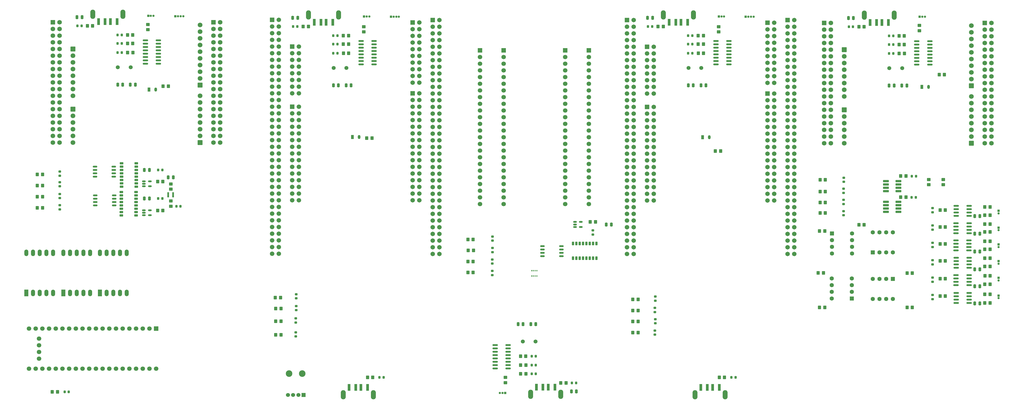
<source format=gbr>
%TF.GenerationSoftware,KiCad,Pcbnew,9.0.2+dfsg-1*%
%TF.CreationDate,2025-07-09T20:59:58-07:00*%
%TF.ProjectId,signalmesh,7369676e-616c-46d6-9573-682e6b696361,rev?*%
%TF.SameCoordinates,Original*%
%TF.FileFunction,Soldermask,Top*%
%TF.FilePolarity,Negative*%
%FSLAX46Y46*%
G04 Gerber Fmt 4.6, Leading zero omitted, Abs format (unit mm)*
G04 Created by KiCad (PCBNEW 9.0.2+dfsg-1) date 2025-07-09 20:59:58*
%MOMM*%
%LPD*%
G01*
G04 APERTURE LIST*
G04 Aperture macros list*
%AMRoundRect*
0 Rectangle with rounded corners*
0 $1 Rounding radius*
0 $2 $3 $4 $5 $6 $7 $8 $9 X,Y pos of 4 corners*
0 Add a 4 corners polygon primitive as box body*
4,1,4,$2,$3,$4,$5,$6,$7,$8,$9,$2,$3,0*
0 Add four circle primitives for the rounded corners*
1,1,$1+$1,$2,$3*
1,1,$1+$1,$4,$5*
1,1,$1+$1,$6,$7*
1,1,$1+$1,$8,$9*
0 Add four rect primitives between the rounded corners*
20,1,$1+$1,$2,$3,$4,$5,0*
20,1,$1+$1,$4,$5,$6,$7,0*
20,1,$1+$1,$6,$7,$8,$9,0*
20,1,$1+$1,$8,$9,$2,$3,0*%
G04 Aperture macros list end*
%ADD10RoundRect,0.250000X0.350000X0.450000X-0.350000X0.450000X-0.350000X-0.450000X0.350000X-0.450000X0*%
%ADD11RoundRect,0.218750X0.256250X-0.218750X0.256250X0.218750X-0.256250X0.218750X-0.256250X-0.218750X0*%
%ADD12RoundRect,0.218750X-0.218750X-0.256250X0.218750X-0.256250X0.218750X0.256250X-0.218750X0.256250X0*%
%ADD13R,0.850000X0.850000*%
%ADD14C,0.850000*%
%ADD15R,1.524000X2.524000*%
%ADD16O,1.524000X2.524000*%
%ADD17RoundRect,0.150000X-0.825000X-0.150000X0.825000X-0.150000X0.825000X0.150000X-0.825000X0.150000X0*%
%ADD18C,1.500000*%
%ADD19RoundRect,0.250000X-0.350000X-0.450000X0.350000X-0.450000X0.350000X0.450000X-0.350000X0.450000X0*%
%ADD20RoundRect,0.250000X0.450000X-0.350000X0.450000X0.350000X-0.450000X0.350000X-0.450000X-0.350000X0*%
%ADD21RoundRect,0.250000X-0.250000X-0.475000X0.250000X-0.475000X0.250000X0.475000X-0.250000X0.475000X0*%
%ADD22R,1.100000X2.500000*%
%ADD23O,1.900000X3.500000*%
%ADD24RoundRect,0.250000X-0.450000X0.350000X-0.450000X-0.350000X0.450000X-0.350000X0.450000X0.350000X0*%
%ADD25RoundRect,0.250000X0.550000X0.550000X-0.550000X0.550000X-0.550000X-0.550000X0.550000X-0.550000X0*%
%ADD26C,1.600000*%
%ADD27RoundRect,0.250000X0.250000X0.475000X-0.250000X0.475000X-0.250000X-0.475000X0.250000X-0.475000X0*%
%ADD28RoundRect,0.218750X-0.256250X0.218750X-0.256250X-0.218750X0.256250X-0.218750X0.256250X0.218750X0*%
%ADD29RoundRect,0.218750X0.218750X0.256250X-0.218750X0.256250X-0.218750X-0.256250X0.218750X-0.256250X0*%
%ADD30RoundRect,0.102000X-0.754000X-0.754000X0.754000X-0.754000X0.754000X0.754000X-0.754000X0.754000X0*%
%ADD31C,1.712000*%
%ADD32R,0.350000X0.500000*%
%ADD33C,2.500000*%
%ADD34R,1.524000X1.524000*%
%ADD35C,1.524000*%
%ADD36R,1.700000X1.700000*%
%ADD37C,1.700000*%
%ADD38RoundRect,0.150000X-0.512500X-0.150000X0.512500X-0.150000X0.512500X0.150000X-0.512500X0.150000X0*%
%ADD39R,1.050000X1.500000*%
%ADD40O,1.050000X1.500000*%
%ADD41RoundRect,0.162500X-0.650000X-0.162500X0.650000X-0.162500X0.650000X0.162500X-0.650000X0.162500X0*%
%ADD42RoundRect,0.250000X-0.550000X-0.550000X0.550000X-0.550000X0.550000X0.550000X-0.550000X0.550000X0*%
%ADD43RoundRect,0.102000X-0.802500X-0.802500X0.802500X-0.802500X0.802500X0.802500X-0.802500X0.802500X0*%
%ADD44C,1.809000*%
%ADD45RoundRect,0.102000X-0.765000X-0.765000X0.765000X-0.765000X0.765000X0.765000X-0.765000X0.765000X0*%
%ADD46C,1.734000*%
%ADD47RoundRect,0.150000X0.825000X0.150000X-0.825000X0.150000X-0.825000X-0.150000X0.825000X-0.150000X0*%
%ADD48RoundRect,0.102000X-0.300000X-0.600000X0.300000X-0.600000X0.300000X0.600000X-0.300000X0.600000X0*%
%ADD49RoundRect,0.250000X-0.550000X0.550000X-0.550000X-0.550000X0.550000X-0.550000X0.550000X0.550000X0*%
%ADD50RoundRect,0.102000X-0.990600X-0.279400X0.990600X-0.279400X0.990600X0.279400X-0.990600X0.279400X0*%
%ADD51RoundRect,0.102000X-0.600000X0.300000X-0.600000X-0.300000X0.600000X-0.300000X0.600000X0.300000X0*%
%ADD52RoundRect,0.250000X0.550000X-0.550000X0.550000X0.550000X-0.550000X0.550000X-0.550000X-0.550000X0*%
%ADD53RoundRect,0.102000X-0.250000X0.200000X-0.250000X-0.200000X0.250000X-0.200000X0.250000X0.200000X0*%
G04 APERTURE END LIST*
D10*
%TO.C,R96*%
X445500000Y-45400000D03*
X443500000Y-45400000D03*
%TD*%
D11*
%TO.C,D12*%
X365400000Y-124434200D03*
X365400000Y-122859200D03*
%TD*%
D12*
%TO.C,D60*%
X289762500Y-38650000D03*
X291337500Y-38650000D03*
%TD*%
D13*
%TO.C,J15*%
X557555000Y-140920000D03*
D14*
X557555000Y-141920000D03*
%TD*%
D15*
%TO.C,U18*%
X216420000Y-139963000D03*
D16*
X218960000Y-139963000D03*
X221500000Y-139963000D03*
X224040000Y-139963000D03*
X226580000Y-139963000D03*
X226580000Y-124723000D03*
X224040000Y-124723000D03*
X221500000Y-124723000D03*
X218960000Y-124723000D03*
X216420000Y-124723000D03*
%TD*%
D17*
%TO.C,U39*%
X450250000Y-44150000D03*
X450250000Y-45420000D03*
X450250000Y-46690000D03*
X450250000Y-47960000D03*
X450250000Y-49230000D03*
X450250000Y-50500000D03*
X450250000Y-51770000D03*
X450250000Y-53040000D03*
X455200000Y-53040000D03*
X455200000Y-51770000D03*
X455200000Y-50500000D03*
X455200000Y-49230000D03*
X455200000Y-47960000D03*
X455200000Y-46690000D03*
X455200000Y-45420000D03*
X455200000Y-44150000D03*
%TD*%
D18*
%TO.C,Y9*%
X223210000Y-54144900D03*
X228090000Y-54144900D03*
%TD*%
D10*
%TO.C,R48*%
X194643800Y-103362500D03*
X192643800Y-103362500D03*
%TD*%
D11*
%TO.C,D29*%
X201143800Y-108150000D03*
X201143800Y-106575000D03*
%TD*%
%TO.C,D18*%
X290950000Y-146487500D03*
X290950000Y-144912500D03*
%TD*%
D19*
%TO.C,R3*%
X552310000Y-143720000D03*
X554310000Y-143720000D03*
%TD*%
%TO.C,R82*%
X376061700Y-163947700D03*
X378061700Y-163947700D03*
%TD*%
D20*
%TO.C,R42*%
X243305000Y-100500000D03*
X243305000Y-98500000D03*
%TD*%
D21*
%TO.C,C8*%
X233300000Y-104000000D03*
X235200000Y-104000000D03*
%TD*%
D19*
%TO.C,R55*%
X317690000Y-81126000D03*
X319690000Y-81126000D03*
%TD*%
D22*
%TO.C,J25*%
X389100000Y-175750000D03*
X386600000Y-175750000D03*
X384600000Y-175750000D03*
X382100000Y-175750000D03*
D23*
X391300000Y-178500000D03*
X379900000Y-178500000D03*
%TD*%
D24*
%TO.C,R95*%
X451250000Y-38750000D03*
X451250000Y-40750000D03*
%TD*%
%TO.C,R85*%
X527500000Y-38250000D03*
X527500000Y-40250000D03*
%TD*%
D11*
%TO.C,D5*%
X532486000Y-109262500D03*
X532486000Y-107687500D03*
%TD*%
D19*
%TO.C,R57*%
X240400000Y-61378000D03*
X242400000Y-61378000D03*
%TD*%
D20*
%TO.C,R12*%
X536520000Y-98820000D03*
X536520000Y-96820000D03*
%TD*%
D25*
%TO.C,U27*%
X501860000Y-142040000D03*
D26*
X501860000Y-139500000D03*
X501860000Y-136960000D03*
X501860000Y-134420000D03*
X494240000Y-134420000D03*
X494240000Y-136960000D03*
X494240000Y-139500000D03*
X494240000Y-142040000D03*
%TD*%
D11*
%TO.C,D30*%
X201143800Y-103900000D03*
X201143800Y-102325000D03*
%TD*%
D19*
%TO.C,R88*%
X293550000Y-38650000D03*
X295550000Y-38650000D03*
%TD*%
D27*
%TO.C,C3*%
X550412700Y-130924900D03*
X548512700Y-130924900D03*
%TD*%
D28*
%TO.C,D2*%
X498670000Y-100332500D03*
X498670000Y-101907500D03*
%TD*%
D11*
%TO.C,D24*%
X427100000Y-147187500D03*
X427100000Y-145612500D03*
%TD*%
D10*
%TO.C,R17*%
X491770000Y-101420000D03*
X489770000Y-101420000D03*
%TD*%
%TO.C,R6*%
X420700000Y-155000000D03*
X418700000Y-155000000D03*
%TD*%
D19*
%TO.C,R76*%
X522810000Y-145420000D03*
X524810000Y-145420000D03*
%TD*%
%TO.C,R73*%
X489560000Y-145420000D03*
X491560000Y-145420000D03*
%TD*%
D10*
%TO.C,R16*%
X491770000Y-96920000D03*
X489770000Y-96920000D03*
%TD*%
D12*
%TO.C,D25*%
X238517500Y-104000000D03*
X240092500Y-104000000D03*
%TD*%
D11*
%TO.C,D23*%
X427200000Y-151487500D03*
X427200000Y-149912500D03*
%TD*%
D22*
%TO.C,J33*%
X215900000Y-36794900D03*
X218400000Y-36794900D03*
X220400000Y-36794900D03*
X222900000Y-36794900D03*
D23*
X213700000Y-34044900D03*
X225100000Y-34044900D03*
%TD*%
D11*
%TO.C,D22*%
X427100000Y-155787500D03*
X427100000Y-154212500D03*
%TD*%
D19*
%TO.C,R54*%
X450000000Y-86000000D03*
X452000000Y-86000000D03*
%TD*%
%TO.C,R39*%
X283150000Y-155900000D03*
X285150000Y-155900000D03*
%TD*%
D29*
%TO.C,D52*%
X526110000Y-103610000D03*
X524535000Y-103610000D03*
%TD*%
D19*
%TO.C,R36*%
X356100000Y-127980000D03*
X358100000Y-127980000D03*
%TD*%
D10*
%TO.C,R91*%
X310800000Y-45400000D03*
X308800000Y-45400000D03*
%TD*%
%TO.C,R102*%
X228938300Y-48597100D03*
X226938300Y-48597100D03*
%TD*%
D19*
%TO.C,R98*%
X211650000Y-38394900D03*
X213650000Y-38394900D03*
%TD*%
%TO.C,R44*%
X489060000Y-132320000D03*
X491060000Y-132320000D03*
%TD*%
%TO.C,R94*%
X443500000Y-42150000D03*
X445500000Y-42150000D03*
%TD*%
D17*
%TO.C,U38*%
X315550000Y-44150000D03*
X315550000Y-45420000D03*
X315550000Y-46690000D03*
X315550000Y-47960000D03*
X315550000Y-49230000D03*
X315550000Y-50500000D03*
X315550000Y-51770000D03*
X315550000Y-53040000D03*
X320500000Y-53040000D03*
X320500000Y-51770000D03*
X320500000Y-50500000D03*
X320500000Y-49230000D03*
X320500000Y-47960000D03*
X320500000Y-46690000D03*
X320500000Y-45420000D03*
X320500000Y-44150000D03*
%TD*%
D19*
%TO.C,R20*%
X552310000Y-113775000D03*
X554310000Y-113775000D03*
%TD*%
D21*
%TO.C,C35*%
X207700000Y-35144900D03*
X209600000Y-35144900D03*
%TD*%
D30*
%TO.C,U1*%
X335080000Y-37186000D03*
D31*
X337620000Y-37186000D03*
X335080000Y-39726000D03*
X337620000Y-39726000D03*
X335080000Y-42266000D03*
X337620000Y-42266000D03*
X335080000Y-44806000D03*
X337620000Y-44806000D03*
X335080000Y-47346000D03*
X337620000Y-47346000D03*
X335080000Y-49886000D03*
X337620000Y-49886000D03*
X335080000Y-52426000D03*
X337620000Y-52426000D03*
X335080000Y-54966000D03*
X337620000Y-54966000D03*
X335080000Y-57506000D03*
X337620000Y-57506000D03*
X335080000Y-60046000D03*
X337620000Y-60046000D03*
D30*
X289360000Y-46330000D03*
D31*
X291900000Y-46330000D03*
X289360000Y-48870000D03*
X291900000Y-48870000D03*
X289360000Y-51410000D03*
X291900000Y-51410000D03*
X289360000Y-53950000D03*
X291900000Y-53950000D03*
X289360000Y-56490000D03*
X291900000Y-56490000D03*
X289360000Y-59030000D03*
X291900000Y-59030000D03*
X289360000Y-61570000D03*
X291900000Y-61570000D03*
X289360000Y-64110000D03*
X291900000Y-64110000D03*
D30*
X289360000Y-69190000D03*
D31*
X291900000Y-69190000D03*
X289360000Y-71730000D03*
X291900000Y-71730000D03*
X289360000Y-74270000D03*
X291900000Y-74270000D03*
X289360000Y-76810000D03*
X291900000Y-76810000D03*
X289360000Y-79350000D03*
X291900000Y-79350000D03*
X289360000Y-81890000D03*
X291900000Y-81890000D03*
X289360000Y-84430000D03*
X291900000Y-84430000D03*
X289360000Y-86970000D03*
X291900000Y-86970000D03*
X289360000Y-89510000D03*
X291900000Y-89510000D03*
X289360000Y-92050000D03*
X291900000Y-92050000D03*
X289360000Y-94590000D03*
X291900000Y-94590000D03*
X289360000Y-97130000D03*
X291900000Y-97130000D03*
X289360000Y-99670000D03*
X291900000Y-99670000D03*
X289360000Y-102210000D03*
X291900000Y-102210000D03*
X289360000Y-104750000D03*
X291900000Y-104750000D03*
D30*
X335080000Y-64110000D03*
D31*
X337620000Y-64110000D03*
X335080000Y-66650000D03*
X337620000Y-66650000D03*
X335080000Y-69190000D03*
X337620000Y-69190000D03*
X335080000Y-71730000D03*
X337620000Y-71730000D03*
X335080000Y-74270000D03*
X337620000Y-74270000D03*
X335080000Y-76810000D03*
X337620000Y-76810000D03*
X335080000Y-79350000D03*
X337620000Y-79350000D03*
X335080000Y-81890000D03*
X337620000Y-81890000D03*
X335080000Y-84430000D03*
X337620000Y-84430000D03*
X335080000Y-86970000D03*
X337620000Y-86970000D03*
X335080000Y-89510000D03*
X337620000Y-89510000D03*
X335080000Y-92050000D03*
X337620000Y-92050000D03*
X335080000Y-94590000D03*
X337620000Y-94590000D03*
X335080000Y-97130000D03*
X337620000Y-97130000D03*
X335080000Y-99670000D03*
X337620000Y-99670000D03*
X335080000Y-102210000D03*
X337620000Y-102210000D03*
X335080000Y-104750000D03*
X337620000Y-104750000D03*
D30*
X281740000Y-36170000D03*
D31*
X284280000Y-36170000D03*
X281740000Y-38710000D03*
X284280000Y-38710000D03*
X281740000Y-41250000D03*
X284280000Y-41250000D03*
X281740000Y-43790000D03*
X284280000Y-43790000D03*
X281740000Y-46330000D03*
X284280000Y-46330000D03*
X281740000Y-48870000D03*
X284280000Y-48870000D03*
X281740000Y-51410000D03*
X284280000Y-51410000D03*
X281740000Y-53950000D03*
X284280000Y-53950000D03*
X281740000Y-56490000D03*
X284280000Y-56490000D03*
X281740000Y-59030000D03*
X284280000Y-59030000D03*
X281740000Y-61570000D03*
X284280000Y-61570000D03*
X281740000Y-64110000D03*
X284280000Y-64110000D03*
X281740000Y-66650000D03*
X284280000Y-66650000D03*
X281740000Y-69190000D03*
X284280000Y-69190000D03*
X281740000Y-71730000D03*
X284280000Y-71730000D03*
X281740000Y-74270000D03*
X284280000Y-74270000D03*
X281740000Y-76810000D03*
X284280000Y-76810000D03*
X281740000Y-79350000D03*
X284280000Y-79350000D03*
X281740000Y-81890000D03*
X284280000Y-81890000D03*
X281740000Y-84430000D03*
X284280000Y-84430000D03*
X281740000Y-86970000D03*
X284280000Y-86970000D03*
X281740000Y-89510000D03*
X284280000Y-89510000D03*
X281740000Y-92050000D03*
X284280000Y-92050000D03*
X281740000Y-94590000D03*
X284280000Y-94590000D03*
X281740000Y-97130000D03*
X284280000Y-97130000D03*
X281740000Y-99670000D03*
X284280000Y-99670000D03*
X281740000Y-102210000D03*
X284280000Y-102210000D03*
X281740000Y-104750000D03*
X284280000Y-104750000D03*
X281740000Y-107290000D03*
X284280000Y-107290000D03*
X281740000Y-109830000D03*
X284280000Y-109830000D03*
X281740000Y-112370000D03*
X284280000Y-112370000D03*
X281740000Y-114910000D03*
X284280000Y-114910000D03*
X281740000Y-117450000D03*
X284280000Y-117450000D03*
X281740000Y-119990000D03*
X284280000Y-119990000D03*
X281740000Y-122530000D03*
X284280000Y-122530000D03*
X281740000Y-125070000D03*
X284280000Y-125070000D03*
D30*
X342700000Y-36190000D03*
D31*
X345240000Y-36190000D03*
X342700000Y-38730000D03*
X345240000Y-38730000D03*
X342700000Y-41270000D03*
X345240000Y-41270000D03*
X342700000Y-43810000D03*
X345240000Y-43810000D03*
X342700000Y-46350000D03*
X345240000Y-46350000D03*
X342700000Y-48890000D03*
X345240000Y-48890000D03*
X342700000Y-51430000D03*
X345240000Y-51430000D03*
X342700000Y-53970000D03*
X345240000Y-53970000D03*
X342700000Y-56510000D03*
X345240000Y-56510000D03*
X342700000Y-59050000D03*
X345240000Y-59050000D03*
X342700000Y-61590000D03*
X345240000Y-61590000D03*
X342700000Y-64130000D03*
X345240000Y-64130000D03*
X342700000Y-66670000D03*
X345240000Y-66670000D03*
X342700000Y-69210000D03*
X345240000Y-69210000D03*
X342700000Y-71750000D03*
X345240000Y-71750000D03*
X342700000Y-74290000D03*
X345240000Y-74290000D03*
X342700000Y-76830000D03*
X345240000Y-76830000D03*
X342700000Y-79370000D03*
X345240000Y-79370000D03*
X342700000Y-81910000D03*
X345240000Y-81910000D03*
X342700000Y-84450000D03*
X345240000Y-84450000D03*
X342700000Y-86990000D03*
X345240000Y-86990000D03*
X342700000Y-89530000D03*
X345240000Y-89530000D03*
X342700000Y-92070000D03*
X345240000Y-92070000D03*
X342700000Y-94610000D03*
X345240000Y-94610000D03*
X342700000Y-97150000D03*
X345240000Y-97150000D03*
X342700000Y-99690000D03*
X345240000Y-99690000D03*
X342700000Y-102230000D03*
X345240000Y-102230000D03*
X342700000Y-104770000D03*
X345240000Y-104770000D03*
X342700000Y-107310000D03*
X345240000Y-107310000D03*
X342700000Y-109850000D03*
X345240000Y-109850000D03*
X342700000Y-112390000D03*
X345240000Y-112390000D03*
X342700000Y-114930000D03*
X345240000Y-114930000D03*
X342700000Y-117470000D03*
X345240000Y-117470000D03*
X342700000Y-120010000D03*
X345240000Y-120010000D03*
X342700000Y-122550000D03*
X345240000Y-122550000D03*
X342700000Y-125090000D03*
X345240000Y-125090000D03*
%TD*%
D19*
%TO.C,R22*%
X552310000Y-120275000D03*
X554310000Y-120275000D03*
%TD*%
%TO.C,R2*%
X535330000Y-141120000D03*
X537330000Y-141120000D03*
%TD*%
D32*
%TO.C,U6*%
X380300000Y-131480000D03*
X380950000Y-131480000D03*
X381600000Y-131480000D03*
X382250000Y-131480000D03*
X382250000Y-133530000D03*
X381600000Y-133530000D03*
X380950000Y-133530000D03*
X380300000Y-133530000D03*
%TD*%
D11*
%TO.C,D21*%
X427200000Y-142887500D03*
X427200000Y-141312500D03*
%TD*%
D19*
%TO.C,R84*%
X519750000Y-42250000D03*
X521750000Y-42250000D03*
%TD*%
D12*
%TO.C,D62*%
X305012500Y-45400000D03*
X306587500Y-45400000D03*
%TD*%
D27*
%TO.C,C1*%
X550412700Y-143915000D03*
X548512700Y-143915000D03*
%TD*%
D21*
%TO.C,C28*%
X520800000Y-61100000D03*
X522700000Y-61100000D03*
%TD*%
D29*
%TO.C,D55*%
X381887500Y-167400000D03*
X380312500Y-167400000D03*
%TD*%
D27*
%TO.C,C5*%
X550412700Y-117424900D03*
X548512700Y-117424900D03*
%TD*%
D19*
%TO.C,R74*%
X489560000Y-116420000D03*
X491560000Y-116420000D03*
%TD*%
D12*
%TO.C,D57*%
X515962500Y-42250000D03*
X517537500Y-42250000D03*
%TD*%
D33*
%TO.C,TP1*%
X293200000Y-170600000D03*
%TD*%
D12*
%TO.C,D58*%
X515962500Y-45500000D03*
X517537500Y-45500000D03*
%TD*%
D34*
%TO.C,J12*%
X293750000Y-178700000D03*
D35*
X291750000Y-178700000D03*
X289750000Y-178700000D03*
X287750000Y-178700000D03*
%TD*%
D36*
%TO.C,J9*%
X402000000Y-47720000D03*
D37*
X402000000Y-50260000D03*
X402000000Y-52800000D03*
X402000000Y-55340000D03*
X402000000Y-57880000D03*
X402000000Y-60420000D03*
X402000000Y-62960000D03*
X402000000Y-65500000D03*
X402000000Y-68040000D03*
X402000000Y-70580000D03*
X402000000Y-73120000D03*
X402000000Y-75660000D03*
X402000000Y-78200000D03*
X402000000Y-80740000D03*
X402000000Y-83280000D03*
X402000000Y-85820000D03*
X402000000Y-88360000D03*
X402000000Y-90900000D03*
X402000000Y-93440000D03*
X402000000Y-95980000D03*
X402000000Y-98520000D03*
X402000000Y-101060000D03*
X402000000Y-103600000D03*
X402000000Y-106140000D03*
%TD*%
D11*
%TO.C,D28*%
X201143800Y-95400000D03*
X201143800Y-93825000D03*
%TD*%
D33*
%TO.C,TP2*%
X288200000Y-170600000D03*
%TD*%
D10*
%TO.C,R10*%
X240305000Y-97600000D03*
X238305000Y-97600000D03*
%TD*%
D21*
%TO.C,C6*%
X408615000Y-113960000D03*
X410515000Y-113960000D03*
%TD*%
%TO.C,C29*%
X289600000Y-35400000D03*
X291500000Y-35400000D03*
%TD*%
D27*
%TO.C,C2*%
X550412700Y-137427800D03*
X548512700Y-137427800D03*
%TD*%
D29*
%TO.C,D27*%
X246987500Y-107000000D03*
X245412500Y-107000000D03*
%TD*%
D17*
%TO.C,U10*%
X541377500Y-113398700D03*
X541377500Y-114668700D03*
X541377500Y-115938700D03*
X541377500Y-117208700D03*
X546327500Y-117208700D03*
X546327500Y-115938700D03*
X546327500Y-114668700D03*
X546327500Y-113398700D03*
%TD*%
D19*
%TO.C,R53*%
X535000000Y-57000000D03*
X537000000Y-57000000D03*
%TD*%
D10*
%TO.C,R46*%
X194643800Y-107612500D03*
X192643800Y-107612500D03*
%TD*%
D22*
%TO.C,J31*%
X432500000Y-37050000D03*
X435000000Y-37050000D03*
X437000000Y-37050000D03*
X439500000Y-37050000D03*
D23*
X430300000Y-34300000D03*
X441700000Y-34300000D03*
%TD*%
D11*
%TO.C,D9*%
X532486000Y-122480500D03*
X532486000Y-120905500D03*
%TD*%
D17*
%TO.C,U13*%
X541395000Y-133135000D03*
X541395000Y-134405000D03*
X541395000Y-135675000D03*
X541395000Y-136945000D03*
X546345000Y-136945000D03*
X546345000Y-135675000D03*
X546345000Y-134405000D03*
X546345000Y-133135000D03*
%TD*%
D12*
%TO.C,D56*%
X500712500Y-38750000D03*
X502287500Y-38750000D03*
%TD*%
D15*
%TO.C,U2*%
X202500000Y-139963000D03*
D16*
X205040000Y-139963000D03*
X207580000Y-139963000D03*
X210120000Y-139963000D03*
X212660000Y-139963000D03*
X212660000Y-124723000D03*
X210120000Y-124723000D03*
X207580000Y-124723000D03*
X205040000Y-124723000D03*
X202500000Y-124723000D03*
%TD*%
D27*
%TO.C,C25*%
X397300000Y-177400000D03*
X395400000Y-177400000D03*
%TD*%
D21*
%TO.C,C36*%
X223150000Y-60744900D03*
X225050000Y-60744900D03*
%TD*%
D19*
%TO.C,R41*%
X283150000Y-145900000D03*
X285150000Y-145900000D03*
%TD*%
D12*
%TO.C,D68*%
X207862500Y-38394900D03*
X209437500Y-38394900D03*
%TD*%
D19*
%TO.C,R38*%
X282950000Y-141700000D03*
X284950000Y-141700000D03*
%TD*%
D27*
%TO.C,C24*%
X381850000Y-151800000D03*
X379950000Y-151800000D03*
%TD*%
D28*
%TO.C,D4*%
X498670000Y-108832500D03*
X498670000Y-110407500D03*
%TD*%
D38*
%TO.C,U22*%
X233100000Y-108500000D03*
X233100000Y-109450000D03*
X233100000Y-110400000D03*
X235375000Y-110400000D03*
X235375000Y-108500000D03*
%TD*%
D19*
%TO.C,R30*%
X535330000Y-134525000D03*
X537330000Y-134525000D03*
%TD*%
%TO.C,R14*%
X552310000Y-110389000D03*
X554310000Y-110389000D03*
%TD*%
D13*
%TO.C,J30*%
X316650000Y-34880100D03*
D14*
X317650000Y-34880100D03*
X318650000Y-34880100D03*
%TD*%
D21*
%TO.C,C33*%
X439750000Y-61000000D03*
X441650000Y-61000000D03*
%TD*%
D38*
%TO.C,U15*%
X396710000Y-112960000D03*
X396710000Y-113910000D03*
X396710000Y-114860000D03*
X398985000Y-114860000D03*
X398985000Y-112960000D03*
%TD*%
D19*
%TO.C,R80*%
X376100000Y-167400000D03*
X378100000Y-167400000D03*
%TD*%
D36*
%TO.C,J1*%
X369690000Y-47760000D03*
D37*
X369690000Y-50300000D03*
X369690000Y-52840000D03*
X369690000Y-55380000D03*
X369690000Y-57920000D03*
X369690000Y-60460000D03*
X369690000Y-63000000D03*
X369690000Y-65540000D03*
X369690000Y-68080000D03*
X369690000Y-70620000D03*
X369690000Y-73160000D03*
X369690000Y-75700000D03*
X369690000Y-78240000D03*
X369690000Y-80780000D03*
X369690000Y-83320000D03*
X369690000Y-85860000D03*
X369690000Y-88400000D03*
X369690000Y-90940000D03*
X369690000Y-93480000D03*
X369690000Y-96020000D03*
X369690000Y-98560000D03*
X369690000Y-101100000D03*
X369690000Y-103640000D03*
X369690000Y-106180000D03*
%TD*%
D18*
%TO.C,Y2*%
X381790000Y-158400000D03*
X376910000Y-158400000D03*
%TD*%
D20*
%TO.C,R81*%
X370350000Y-174050000D03*
X370350000Y-172050000D03*
%TD*%
D21*
%TO.C,C9*%
X233300000Y-93200000D03*
X235200000Y-93200000D03*
%TD*%
D17*
%TO.C,U11*%
X541360000Y-119977500D03*
X541360000Y-121247500D03*
X541360000Y-122517500D03*
X541360000Y-123787500D03*
X546310000Y-123787500D03*
X546310000Y-122517500D03*
X546310000Y-121247500D03*
X546310000Y-119977500D03*
%TD*%
D22*
%TO.C,J21*%
X318000000Y-175850000D03*
X315500000Y-175850000D03*
X313500000Y-175850000D03*
X311000000Y-175850000D03*
D23*
X320200000Y-178600000D03*
X308800000Y-178600000D03*
%TD*%
D12*
%TO.C,D71*%
X223112500Y-48594900D03*
X224687500Y-48594900D03*
%TD*%
D10*
%TO.C,R18*%
X491770000Y-105560000D03*
X489770000Y-105560000D03*
%TD*%
D39*
%TO.C,TH1*%
X445142000Y-80782000D03*
D40*
X447682000Y-80782000D03*
%TD*%
D19*
%TO.C,R40*%
X283150000Y-150700000D03*
X285150000Y-150700000D03*
%TD*%
D10*
%TO.C,R7*%
X420700000Y-150800000D03*
X418700000Y-150800000D03*
%TD*%
D11*
%TO.C,D16*%
X290750000Y-156487500D03*
X290750000Y-154912500D03*
%TD*%
D36*
%TO.C,J8*%
X360690000Y-47760000D03*
D37*
X360690000Y-50300000D03*
X360690000Y-52840000D03*
X360690000Y-55380000D03*
X360690000Y-57920000D03*
X360690000Y-60460000D03*
X360690000Y-63000000D03*
X360690000Y-65540000D03*
X360690000Y-68080000D03*
X360690000Y-70620000D03*
X360690000Y-73160000D03*
X360690000Y-75700000D03*
X360690000Y-78240000D03*
X360690000Y-80780000D03*
X360690000Y-83320000D03*
X360690000Y-85860000D03*
X360690000Y-88400000D03*
X360690000Y-90940000D03*
X360690000Y-93480000D03*
X360690000Y-96020000D03*
X360690000Y-98560000D03*
X360690000Y-101100000D03*
X360690000Y-103640000D03*
X360690000Y-106180000D03*
%TD*%
D11*
%TO.C,D6*%
X532486000Y-115871500D03*
X532486000Y-114296500D03*
%TD*%
D19*
%TO.C,R35*%
X356200000Y-123780000D03*
X358200000Y-123780000D03*
%TD*%
%TO.C,R21*%
X552310000Y-116725000D03*
X554310000Y-116725000D03*
%TD*%
D13*
%TO.C,J18*%
X245050000Y-34759900D03*
D14*
X246050000Y-34759900D03*
X247050000Y-34759900D03*
X248050000Y-34759900D03*
%TD*%
D12*
%TO.C,D65*%
X439712500Y-42150000D03*
X441287500Y-42150000D03*
%TD*%
D10*
%TO.C,R15*%
X491770000Y-109560000D03*
X489770000Y-109560000D03*
%TD*%
D39*
%TO.C,TH2*%
X312290000Y-80712000D03*
D40*
X314830000Y-80712000D03*
%TD*%
D29*
%TO.C,D19*%
X204575000Y-177500000D03*
X203000000Y-177500000D03*
%TD*%
D21*
%TO.C,C37*%
X227950000Y-60744900D03*
X229850000Y-60744900D03*
%TD*%
D41*
%TO.C,U14*%
X384422500Y-122155000D03*
X384422500Y-123425000D03*
X384422500Y-124695000D03*
X384422500Y-125965000D03*
X391597500Y-125965000D03*
X391597500Y-124695000D03*
X391597500Y-123425000D03*
X391597500Y-122155000D03*
%TD*%
D11*
%TO.C,D10*%
X403510000Y-117747500D03*
X403510000Y-116172500D03*
%TD*%
%TO.C,D31*%
X201143800Y-99400000D03*
X201143800Y-97825000D03*
%TD*%
D12*
%TO.C,D64*%
X424462500Y-38650000D03*
X426037500Y-38650000D03*
%TD*%
D10*
%TO.C,R72*%
X393350000Y-174150000D03*
X391350000Y-174150000D03*
%TD*%
%TO.C,R8*%
X420700000Y-146600000D03*
X418700000Y-146600000D03*
%TD*%
D28*
%TO.C,D3*%
X498670000Y-104577600D03*
X498670000Y-106152600D03*
%TD*%
D29*
%TO.C,D51*%
X526167500Y-95540000D03*
X524592500Y-95540000D03*
%TD*%
D13*
%TO.C,J28*%
X527600000Y-34980100D03*
D14*
X528600000Y-34980100D03*
X529600000Y-34980100D03*
%TD*%
D19*
%TO.C,R32*%
X535330000Y-121350000D03*
X537330000Y-121350000D03*
%TD*%
D42*
%TO.C,U29*%
X494250000Y-117340000D03*
D26*
X494250000Y-119880000D03*
X494250000Y-122420000D03*
X494250000Y-124960000D03*
X501870000Y-124960000D03*
X501870000Y-122420000D03*
X501870000Y-119880000D03*
X501870000Y-117340000D03*
%TD*%
D13*
%TO.C,J4*%
X326900000Y-34975000D03*
D14*
X327900000Y-34975000D03*
X328900000Y-34975000D03*
X329900000Y-34975000D03*
%TD*%
D19*
%TO.C,R37*%
X356100000Y-132180000D03*
X358100000Y-132180000D03*
%TD*%
D36*
%TO.C,J2*%
X393000000Y-47760000D03*
D37*
X393000000Y-50300000D03*
X393000000Y-52840000D03*
X393000000Y-55380000D03*
X393000000Y-57920000D03*
X393000000Y-60460000D03*
X393000000Y-63000000D03*
X393000000Y-65540000D03*
X393000000Y-68080000D03*
X393000000Y-70620000D03*
X393000000Y-73160000D03*
X393000000Y-75700000D03*
X393000000Y-78240000D03*
X393000000Y-80780000D03*
X393000000Y-83320000D03*
X393000000Y-85860000D03*
X393000000Y-88400000D03*
X393000000Y-90940000D03*
X393000000Y-93480000D03*
X393000000Y-96020000D03*
X393000000Y-98560000D03*
X393000000Y-101100000D03*
X393000000Y-103640000D03*
X393000000Y-106180000D03*
%TD*%
D12*
%TO.C,D69*%
X223112500Y-41894900D03*
X224687500Y-41894900D03*
%TD*%
D13*
%TO.C,J32*%
X451350000Y-34880100D03*
D14*
X452350000Y-34880100D03*
X453350000Y-34880100D03*
%TD*%
D13*
%TO.C,J3*%
X461550000Y-34975000D03*
D14*
X462550000Y-34975000D03*
X463550000Y-34975000D03*
X464550000Y-34975000D03*
%TD*%
D27*
%TO.C,C23*%
X377050000Y-151800000D03*
X375150000Y-151800000D03*
%TD*%
D43*
%TO.C,U9*%
X547240000Y-61190000D03*
D44*
X547240000Y-58650000D03*
X547240000Y-56110000D03*
X547240000Y-53570000D03*
X547240000Y-51030000D03*
X547240000Y-48490000D03*
X547240000Y-45950000D03*
X547240000Y-43410000D03*
X547240000Y-40870000D03*
X547240000Y-38330000D03*
D43*
X498980000Y-47470000D03*
D44*
X498980000Y-50010000D03*
X498980000Y-52550000D03*
X498980000Y-55090000D03*
X498980000Y-57630000D03*
X498980000Y-60170000D03*
X498980000Y-62710000D03*
X498980000Y-65250000D03*
D45*
X491360000Y-37310000D03*
D46*
X493900000Y-37310000D03*
X491360000Y-39850000D03*
X493900000Y-39850000D03*
X491360000Y-42390000D03*
X493900000Y-42390000D03*
X491360000Y-44930000D03*
X493900000Y-44930000D03*
X491360000Y-47470000D03*
X493900000Y-47470000D03*
X491360000Y-50010000D03*
X493900000Y-50010000D03*
X491360000Y-52550000D03*
X493900000Y-52550000D03*
X491360000Y-55090000D03*
X493900000Y-55090000D03*
X491360000Y-57630000D03*
X493900000Y-57630000D03*
X491360000Y-60170000D03*
X493900000Y-60170000D03*
X491360000Y-62710000D03*
X493900000Y-62710000D03*
X491360000Y-65250000D03*
X493900000Y-65250000D03*
X491360000Y-67790000D03*
X493900000Y-67790000D03*
X491360000Y-70330000D03*
X493900000Y-70330000D03*
X491360000Y-72870000D03*
X493900000Y-72870000D03*
X491360000Y-75410000D03*
X493900000Y-75410000D03*
X491360000Y-77950000D03*
X493900000Y-77950000D03*
X491360000Y-80490000D03*
X493900000Y-80490000D03*
X491360000Y-83030000D03*
X493900000Y-83030000D03*
D43*
X498980000Y-70330000D03*
D44*
X498980000Y-72870000D03*
X498980000Y-75410000D03*
X498980000Y-77950000D03*
X498980000Y-80490000D03*
X498980000Y-83030000D03*
D43*
X547240000Y-83030000D03*
D44*
X547240000Y-80490000D03*
X547240000Y-77950000D03*
X547240000Y-75410000D03*
X547240000Y-72870000D03*
X547240000Y-70330000D03*
X547240000Y-67790000D03*
X547240000Y-65250000D03*
D45*
X552320000Y-37310000D03*
D46*
X554860000Y-37310000D03*
X552320000Y-39850000D03*
X554860000Y-39850000D03*
X552320000Y-42390000D03*
X554860000Y-42390000D03*
X552320000Y-44930000D03*
X554860000Y-44930000D03*
X552320000Y-47470000D03*
X554860000Y-47470000D03*
X552320000Y-50010000D03*
X554860000Y-50010000D03*
X552320000Y-52550000D03*
X554860000Y-52550000D03*
X552320000Y-55090000D03*
X554860000Y-55090000D03*
X552320000Y-57630000D03*
X554860000Y-57630000D03*
X552320000Y-60170000D03*
X554860000Y-60170000D03*
X552320000Y-62710000D03*
X554860000Y-62710000D03*
X552320000Y-65250000D03*
X554860000Y-65250000D03*
X552320000Y-67790000D03*
X554860000Y-67790000D03*
X552320000Y-70330000D03*
X554860000Y-70330000D03*
X552320000Y-72870000D03*
X554860000Y-72870000D03*
X552320000Y-75410000D03*
X554860000Y-75410000D03*
X552320000Y-77950000D03*
X554860000Y-77950000D03*
X552320000Y-80490000D03*
X554860000Y-80490000D03*
X552320000Y-83030000D03*
X554860000Y-83030000D03*
%TD*%
D19*
%TO.C,R31*%
X535330000Y-127787500D03*
X537330000Y-127787500D03*
%TD*%
D29*
%TO.C,D32*%
X324075000Y-172000000D03*
X322500000Y-172000000D03*
%TD*%
D27*
%TO.C,C7*%
X550380000Y-110720000D03*
X548480000Y-110720000D03*
%TD*%
D10*
%TO.C,R5*%
X420700000Y-142400000D03*
X418700000Y-142400000D03*
%TD*%
D11*
%TO.C,D7*%
X532486000Y-135698500D03*
X532486000Y-134123500D03*
%TD*%
%TO.C,D14*%
X365300000Y-133167500D03*
X365300000Y-131592500D03*
%TD*%
D10*
%TO.C,R45*%
X194643800Y-94862500D03*
X192643800Y-94862500D03*
%TD*%
D12*
%TO.C,D70*%
X223112500Y-45144900D03*
X224687500Y-45144900D03*
%TD*%
D18*
%TO.C,Y7*%
X305110000Y-54400000D03*
X309990000Y-54400000D03*
%TD*%
D13*
%TO.C,J11*%
X557555000Y-134225000D03*
D14*
X557555000Y-135225000D03*
%TD*%
D13*
%TO.C,J6*%
X557555000Y-115100000D03*
D14*
X557555000Y-116100000D03*
%TD*%
D24*
%TO.C,R100*%
X234650000Y-37894900D03*
X234650000Y-39894900D03*
%TD*%
D29*
%TO.C,D38*%
X397137500Y-174150000D03*
X395562500Y-174150000D03*
%TD*%
D18*
%TO.C,Y8*%
X439810000Y-54400000D03*
X444690000Y-54400000D03*
%TD*%
D10*
%TO.C,R9*%
X240305000Y-108600000D03*
X238305000Y-108600000D03*
%TD*%
D11*
%TO.C,D13*%
X365300000Y-128800800D03*
X365300000Y-127225800D03*
%TD*%
%TO.C,D15*%
X290950000Y-141987500D03*
X290950000Y-140412500D03*
%TD*%
D10*
%TO.C,R50*%
X320000000Y-172000000D03*
X318000000Y-172000000D03*
%TD*%
D39*
%TO.C,TH4*%
X528400000Y-61600000D03*
D40*
X530940000Y-61600000D03*
%TD*%
D19*
%TO.C,R77*%
X520360000Y-95520000D03*
X522360000Y-95520000D03*
%TD*%
D10*
%TO.C,R1*%
X200287500Y-177500000D03*
X198287500Y-177500000D03*
%TD*%
D13*
%TO.C,J10*%
X557555000Y-127850000D03*
D14*
X557555000Y-128850000D03*
%TD*%
D19*
%TO.C,R29*%
X535330000Y-114912500D03*
X537330000Y-114912500D03*
%TD*%
D22*
%TO.C,J22*%
X451500000Y-175850000D03*
X449000000Y-175850000D03*
X447000000Y-175850000D03*
X444500000Y-175850000D03*
D23*
X453700000Y-178600000D03*
X442300000Y-178600000D03*
%TD*%
D13*
%TO.C,J34*%
X234750000Y-34625000D03*
D14*
X235750000Y-34625000D03*
X236750000Y-34625000D03*
%TD*%
D19*
%TO.C,R99*%
X226900000Y-41894900D03*
X228900000Y-41894900D03*
%TD*%
%TO.C,R24*%
X552310000Y-123375000D03*
X554310000Y-123375000D03*
%TD*%
D17*
%TO.C,U37*%
X526500000Y-44250000D03*
X526500000Y-45520000D03*
X526500000Y-46790000D03*
X526500000Y-48060000D03*
X526500000Y-49330000D03*
X526500000Y-50600000D03*
X526500000Y-51870000D03*
X526500000Y-53140000D03*
X531450000Y-53140000D03*
X531450000Y-51870000D03*
X531450000Y-50600000D03*
X531450000Y-49330000D03*
X531450000Y-48060000D03*
X531450000Y-46790000D03*
X531450000Y-45520000D03*
X531450000Y-44250000D03*
%TD*%
D47*
%TO.C,U19*%
X371350000Y-168650000D03*
X371350000Y-167380000D03*
X371350000Y-166110000D03*
X371350000Y-164840000D03*
X371350000Y-163570000D03*
X371350000Y-162300000D03*
X371350000Y-161030000D03*
X371350000Y-159760000D03*
X366400000Y-159760000D03*
X366400000Y-161030000D03*
X366400000Y-162300000D03*
X366400000Y-163570000D03*
X366400000Y-164840000D03*
X366400000Y-166110000D03*
X366400000Y-167380000D03*
X366400000Y-168650000D03*
%TD*%
D19*
%TO.C,R89*%
X308800000Y-42150000D03*
X310800000Y-42150000D03*
%TD*%
D36*
%TO.C,U4*%
X237780000Y-153500000D03*
D37*
X235240000Y-153500000D03*
X232700000Y-153500000D03*
X230160000Y-153500000D03*
X227620000Y-153500000D03*
X225080000Y-153500000D03*
X222540000Y-153500000D03*
X220000000Y-153500000D03*
X217460000Y-153500000D03*
X214920000Y-153500000D03*
X212380000Y-153500000D03*
X209840000Y-153500000D03*
X207300000Y-153500000D03*
X204760000Y-153500000D03*
X202220000Y-153500000D03*
X199680000Y-153500000D03*
X197140000Y-153500000D03*
X194600000Y-153500000D03*
X192060000Y-153500000D03*
X189520000Y-153500000D03*
X189520000Y-168740000D03*
X192060000Y-168740000D03*
X194600000Y-168740000D03*
X197140000Y-168740000D03*
X199680000Y-168740000D03*
X202220000Y-168740000D03*
X204760000Y-168740000D03*
X207300000Y-168740000D03*
X209840000Y-168740000D03*
X212380000Y-168740000D03*
X214920000Y-168740000D03*
X217460000Y-168740000D03*
X220000000Y-168740000D03*
X222540000Y-168740000D03*
X225080000Y-168740000D03*
X227620000Y-168740000D03*
X230160000Y-168740000D03*
X232700000Y-168740000D03*
X235240000Y-168740000D03*
X237780000Y-168740000D03*
X193331000Y-164932000D03*
X193331000Y-162392000D03*
X193331000Y-159852000D03*
X193331000Y-157312000D03*
%TD*%
D22*
%TO.C,J29*%
X297800000Y-37050000D03*
X300300000Y-37050000D03*
X302300000Y-37050000D03*
X304800000Y-37050000D03*
D23*
X295600000Y-34300000D03*
X307000000Y-34300000D03*
%TD*%
D21*
%TO.C,C34*%
X444550000Y-61000000D03*
X446450000Y-61000000D03*
%TD*%
D39*
%TO.C,TH3*%
X235000000Y-62600000D03*
D40*
X237540000Y-62600000D03*
%TD*%
D21*
%TO.C,C30*%
X305050000Y-61000000D03*
X306950000Y-61000000D03*
%TD*%
D43*
%TO.C,U3*%
X254460000Y-60970000D03*
D44*
X254460000Y-58430000D03*
X254460000Y-55890000D03*
X254460000Y-53350000D03*
X254460000Y-50810000D03*
X254460000Y-48270000D03*
X254460000Y-45730000D03*
X254460000Y-43190000D03*
X254460000Y-40650000D03*
X254460000Y-38110000D03*
D43*
X206200000Y-47250000D03*
D44*
X206200000Y-49790000D03*
X206200000Y-52330000D03*
X206200000Y-54870000D03*
X206200000Y-57410000D03*
X206200000Y-59950000D03*
X206200000Y-62490000D03*
X206200000Y-65030000D03*
D45*
X198580000Y-37090000D03*
D46*
X201120000Y-37090000D03*
X198580000Y-39630000D03*
X201120000Y-39630000D03*
X198580000Y-42170000D03*
X201120000Y-42170000D03*
X198580000Y-44710000D03*
X201120000Y-44710000D03*
X198580000Y-47250000D03*
X201120000Y-47250000D03*
X198580000Y-49790000D03*
X201120000Y-49790000D03*
X198580000Y-52330000D03*
X201120000Y-52330000D03*
X198580000Y-54870000D03*
X201120000Y-54870000D03*
X198580000Y-57410000D03*
X201120000Y-57410000D03*
X198580000Y-59950000D03*
X201120000Y-59950000D03*
X198580000Y-62490000D03*
X201120000Y-62490000D03*
X198580000Y-65030000D03*
X201120000Y-65030000D03*
X198580000Y-67570000D03*
X201120000Y-67570000D03*
X198580000Y-70110000D03*
X201120000Y-70110000D03*
X198580000Y-72650000D03*
X201120000Y-72650000D03*
X198580000Y-75190000D03*
X201120000Y-75190000D03*
X198580000Y-77730000D03*
X201120000Y-77730000D03*
X198580000Y-80270000D03*
X201120000Y-80270000D03*
X198580000Y-82810000D03*
X201120000Y-82810000D03*
D43*
X206200000Y-70110000D03*
D44*
X206200000Y-72650000D03*
X206200000Y-75190000D03*
X206200000Y-77730000D03*
X206200000Y-80270000D03*
X206200000Y-82810000D03*
D43*
X254460000Y-82810000D03*
D44*
X254460000Y-80270000D03*
X254460000Y-77730000D03*
X254460000Y-75190000D03*
X254460000Y-72650000D03*
X254460000Y-70110000D03*
X254460000Y-67570000D03*
X254460000Y-65030000D03*
D45*
X259540000Y-37090000D03*
D46*
X262080000Y-37090000D03*
X259540000Y-39630000D03*
X262080000Y-39630000D03*
X259540000Y-42170000D03*
X262080000Y-42170000D03*
X259540000Y-44710000D03*
X262080000Y-44710000D03*
X259540000Y-47250000D03*
X262080000Y-47250000D03*
X259540000Y-49790000D03*
X262080000Y-49790000D03*
X259540000Y-52330000D03*
X262080000Y-52330000D03*
X259540000Y-54870000D03*
X262080000Y-54870000D03*
X259540000Y-57410000D03*
X262080000Y-57410000D03*
X259540000Y-59950000D03*
X262080000Y-59950000D03*
X259540000Y-62490000D03*
X262080000Y-62490000D03*
X259540000Y-65030000D03*
X262080000Y-65030000D03*
X259540000Y-67570000D03*
X262080000Y-67570000D03*
X259540000Y-70110000D03*
X262080000Y-70110000D03*
X259540000Y-72650000D03*
X262080000Y-72650000D03*
X259540000Y-75190000D03*
X262080000Y-75190000D03*
X259540000Y-77730000D03*
X262080000Y-77730000D03*
X259540000Y-80270000D03*
X262080000Y-80270000D03*
X259540000Y-82810000D03*
X262080000Y-82810000D03*
%TD*%
D48*
%TO.C,U16*%
X395970000Y-126760000D03*
X397240000Y-126760000D03*
X398510000Y-126760000D03*
X399780000Y-126760000D03*
X401050000Y-126760000D03*
X402320000Y-126760000D03*
X403590000Y-126760000D03*
X404860000Y-126760000D03*
X404860000Y-121160000D03*
X403590000Y-121160000D03*
X402320000Y-121160000D03*
X401050000Y-121160000D03*
X399780000Y-121160000D03*
X398510000Y-121160000D03*
X397240000Y-121160000D03*
X395970000Y-121160000D03*
%TD*%
D12*
%TO.C,D67*%
X439712500Y-48850000D03*
X441287500Y-48850000D03*
%TD*%
D49*
%TO.C,U31*%
X517360000Y-134620000D03*
D26*
X514820000Y-134620000D03*
X512280000Y-134620000D03*
X509740000Y-134620000D03*
X509740000Y-142240000D03*
X512280000Y-142240000D03*
X514820000Y-142240000D03*
X517360000Y-142240000D03*
%TD*%
D17*
%TO.C,U12*%
X541412500Y-126556200D03*
X541412500Y-127826200D03*
X541412500Y-129096200D03*
X541412500Y-130366200D03*
X546362500Y-130366200D03*
X546362500Y-129096200D03*
X546362500Y-127826200D03*
X546362500Y-126556200D03*
%TD*%
D10*
%TO.C,R92*%
X310838300Y-48852300D03*
X308838300Y-48852300D03*
%TD*%
D30*
%TO.C,U17*%
X469800000Y-37256000D03*
D31*
X472340000Y-37256000D03*
X469800000Y-39796000D03*
X472340000Y-39796000D03*
X469800000Y-42336000D03*
X472340000Y-42336000D03*
X469800000Y-44876000D03*
X472340000Y-44876000D03*
X469800000Y-47416000D03*
X472340000Y-47416000D03*
X469800000Y-49956000D03*
X472340000Y-49956000D03*
X469800000Y-52496000D03*
X472340000Y-52496000D03*
X469800000Y-55036000D03*
X472340000Y-55036000D03*
X469800000Y-57576000D03*
X472340000Y-57576000D03*
X469800000Y-60116000D03*
X472340000Y-60116000D03*
D30*
X424080000Y-46400000D03*
D31*
X426620000Y-46400000D03*
X424080000Y-48940000D03*
X426620000Y-48940000D03*
X424080000Y-51480000D03*
X426620000Y-51480000D03*
X424080000Y-54020000D03*
X426620000Y-54020000D03*
X424080000Y-56560000D03*
X426620000Y-56560000D03*
X424080000Y-59100000D03*
X426620000Y-59100000D03*
X424080000Y-61640000D03*
X426620000Y-61640000D03*
X424080000Y-64180000D03*
X426620000Y-64180000D03*
D30*
X424080000Y-69260000D03*
D31*
X426620000Y-69260000D03*
X424080000Y-71800000D03*
X426620000Y-71800000D03*
X424080000Y-74340000D03*
X426620000Y-74340000D03*
X424080000Y-76880000D03*
X426620000Y-76880000D03*
X424080000Y-79420000D03*
X426620000Y-79420000D03*
X424080000Y-81960000D03*
X426620000Y-81960000D03*
X424080000Y-84500000D03*
X426620000Y-84500000D03*
X424080000Y-87040000D03*
X426620000Y-87040000D03*
X424080000Y-89580000D03*
X426620000Y-89580000D03*
X424080000Y-92120000D03*
X426620000Y-92120000D03*
X424080000Y-94660000D03*
X426620000Y-94660000D03*
X424080000Y-97200000D03*
X426620000Y-97200000D03*
X424080000Y-99740000D03*
X426620000Y-99740000D03*
X424080000Y-102280000D03*
X426620000Y-102280000D03*
X424080000Y-104820000D03*
X426620000Y-104820000D03*
D30*
X469800000Y-64180000D03*
D31*
X472340000Y-64180000D03*
X469800000Y-66720000D03*
X472340000Y-66720000D03*
X469800000Y-69260000D03*
X472340000Y-69260000D03*
X469800000Y-71800000D03*
X472340000Y-71800000D03*
X469800000Y-74340000D03*
X472340000Y-74340000D03*
X469800000Y-76880000D03*
X472340000Y-76880000D03*
X469800000Y-79420000D03*
X472340000Y-79420000D03*
X469800000Y-81960000D03*
X472340000Y-81960000D03*
X469800000Y-84500000D03*
X472340000Y-84500000D03*
X469800000Y-87040000D03*
X472340000Y-87040000D03*
X469800000Y-89580000D03*
X472340000Y-89580000D03*
X469800000Y-92120000D03*
X472340000Y-92120000D03*
X469800000Y-94660000D03*
X472340000Y-94660000D03*
X469800000Y-97200000D03*
X472340000Y-97200000D03*
X469800000Y-99740000D03*
X472340000Y-99740000D03*
X469800000Y-102280000D03*
X472340000Y-102280000D03*
X469800000Y-104820000D03*
X472340000Y-104820000D03*
D30*
X416460000Y-36240000D03*
D31*
X419000000Y-36240000D03*
X416460000Y-38780000D03*
X419000000Y-38780000D03*
X416460000Y-41320000D03*
X419000000Y-41320000D03*
X416460000Y-43860000D03*
X419000000Y-43860000D03*
X416460000Y-46400000D03*
X419000000Y-46400000D03*
X416460000Y-48940000D03*
X419000000Y-48940000D03*
X416460000Y-51480000D03*
X419000000Y-51480000D03*
X416460000Y-54020000D03*
X419000000Y-54020000D03*
X416460000Y-56560000D03*
X419000000Y-56560000D03*
X416460000Y-59100000D03*
X419000000Y-59100000D03*
X416460000Y-61640000D03*
X419000000Y-61640000D03*
X416460000Y-64180000D03*
X419000000Y-64180000D03*
X416460000Y-66720000D03*
X419000000Y-66720000D03*
X416460000Y-69260000D03*
X419000000Y-69260000D03*
X416460000Y-71800000D03*
X419000000Y-71800000D03*
X416460000Y-74340000D03*
X419000000Y-74340000D03*
X416460000Y-76880000D03*
X419000000Y-76880000D03*
X416460000Y-79420000D03*
X419000000Y-79420000D03*
X416460000Y-81960000D03*
X419000000Y-81960000D03*
X416460000Y-84500000D03*
X419000000Y-84500000D03*
X416460000Y-87040000D03*
X419000000Y-87040000D03*
X416460000Y-89580000D03*
X419000000Y-89580000D03*
X416460000Y-92120000D03*
X419000000Y-92120000D03*
X416460000Y-94660000D03*
X419000000Y-94660000D03*
X416460000Y-97200000D03*
X419000000Y-97200000D03*
X416460000Y-99740000D03*
X419000000Y-99740000D03*
X416460000Y-102280000D03*
X419000000Y-102280000D03*
X416460000Y-104820000D03*
X419000000Y-104820000D03*
X416460000Y-107360000D03*
X419000000Y-107360000D03*
X416460000Y-109900000D03*
X419000000Y-109900000D03*
X416460000Y-112440000D03*
X419000000Y-112440000D03*
X416460000Y-114980000D03*
X419000000Y-114980000D03*
X416460000Y-117520000D03*
X419000000Y-117520000D03*
X416460000Y-120060000D03*
X419000000Y-120060000D03*
X416460000Y-122600000D03*
X419000000Y-122600000D03*
X416460000Y-125140000D03*
X419000000Y-125140000D03*
D30*
X477420000Y-36260000D03*
D31*
X479960000Y-36260000D03*
X477420000Y-38800000D03*
X479960000Y-38800000D03*
X477420000Y-41340000D03*
X479960000Y-41340000D03*
X477420000Y-43880000D03*
X479960000Y-43880000D03*
X477420000Y-46420000D03*
X479960000Y-46420000D03*
X477420000Y-48960000D03*
X479960000Y-48960000D03*
X477420000Y-51500000D03*
X479960000Y-51500000D03*
X477420000Y-54040000D03*
X479960000Y-54040000D03*
X477420000Y-56580000D03*
X479960000Y-56580000D03*
X477420000Y-59120000D03*
X479960000Y-59120000D03*
X477420000Y-61660000D03*
X479960000Y-61660000D03*
X477420000Y-64200000D03*
X479960000Y-64200000D03*
X477420000Y-66740000D03*
X479960000Y-66740000D03*
X477420000Y-69280000D03*
X479960000Y-69280000D03*
X477420000Y-71820000D03*
X479960000Y-71820000D03*
X477420000Y-74360000D03*
X479960000Y-74360000D03*
X477420000Y-76900000D03*
X479960000Y-76900000D03*
X477420000Y-79440000D03*
X479960000Y-79440000D03*
X477420000Y-81980000D03*
X479960000Y-81980000D03*
X477420000Y-84520000D03*
X479960000Y-84520000D03*
X477420000Y-87060000D03*
X479960000Y-87060000D03*
X477420000Y-89600000D03*
X479960000Y-89600000D03*
X477420000Y-92140000D03*
X479960000Y-92140000D03*
X477420000Y-94680000D03*
X479960000Y-94680000D03*
X477420000Y-97220000D03*
X479960000Y-97220000D03*
X477420000Y-99760000D03*
X479960000Y-99760000D03*
X477420000Y-102300000D03*
X479960000Y-102300000D03*
X477420000Y-104840000D03*
X479960000Y-104840000D03*
X477420000Y-107380000D03*
X479960000Y-107380000D03*
X477420000Y-109920000D03*
X479960000Y-109920000D03*
X477420000Y-112460000D03*
X479960000Y-112460000D03*
X477420000Y-115000000D03*
X479960000Y-115000000D03*
X477420000Y-117540000D03*
X479960000Y-117540000D03*
X477420000Y-120080000D03*
X479960000Y-120080000D03*
X477420000Y-122620000D03*
X479960000Y-122620000D03*
X477420000Y-125160000D03*
X479960000Y-125160000D03*
%TD*%
D11*
%TO.C,D17*%
X290750000Y-151187500D03*
X290750000Y-149612500D03*
%TD*%
%TO.C,D8*%
X532486000Y-129089500D03*
X532486000Y-127514500D03*
%TD*%
D21*
%TO.C,C32*%
X424300000Y-35400000D03*
X426200000Y-35400000D03*
%TD*%
D10*
%TO.C,R56*%
X453500000Y-172000000D03*
X451500000Y-172000000D03*
%TD*%
%TO.C,R97*%
X445538300Y-48852300D03*
X443538300Y-48852300D03*
%TD*%
%TO.C,R75*%
X506500000Y-114000000D03*
X504500000Y-114000000D03*
%TD*%
D21*
%TO.C,C26*%
X500550000Y-35500000D03*
X502450000Y-35500000D03*
%TD*%
D27*
%TO.C,C4*%
X550412700Y-124174900D03*
X548512700Y-124174900D03*
%TD*%
D18*
%TO.C,Y5*%
X516060000Y-54500000D03*
X520940000Y-54500000D03*
%TD*%
D11*
%TO.C,D11*%
X365400000Y-120067500D03*
X365400000Y-118492500D03*
%TD*%
D17*
%TO.C,U40*%
X233650000Y-43894900D03*
X233650000Y-45164900D03*
X233650000Y-46434900D03*
X233650000Y-47704900D03*
X233650000Y-48974900D03*
X233650000Y-50244900D03*
X233650000Y-51514900D03*
X233650000Y-52784900D03*
X238600000Y-52784900D03*
X238600000Y-51514900D03*
X238600000Y-50244900D03*
X238600000Y-48974900D03*
X238600000Y-47704900D03*
X238600000Y-46434900D03*
X238600000Y-45164900D03*
X238600000Y-43894900D03*
%TD*%
D28*
%TO.C,D1*%
X498770000Y-96132500D03*
X498770000Y-97707500D03*
%TD*%
D50*
%TO.C,U5*%
X514797800Y-105320000D03*
X514797800Y-106590000D03*
X514797800Y-107860000D03*
X514797800Y-109130000D03*
X519522200Y-109130000D03*
X519522200Y-107860000D03*
X519522200Y-106590000D03*
X519522200Y-105320000D03*
%TD*%
D12*
%TO.C,D59*%
X515962500Y-48950000D03*
X517537500Y-48950000D03*
%TD*%
%TO.C,D63*%
X305012500Y-48850000D03*
X306587500Y-48850000D03*
%TD*%
D19*
%TO.C,R26*%
X552330000Y-133420000D03*
X554330000Y-133420000D03*
%TD*%
D24*
%TO.C,R43*%
X243305000Y-105000000D03*
X243305000Y-107000000D03*
%TD*%
D21*
%TO.C,C31*%
X309850000Y-61000000D03*
X311750000Y-61000000D03*
%TD*%
D51*
%TO.C,U21*%
X224505000Y-101555000D03*
X224505000Y-102825000D03*
X224505000Y-104095000D03*
X224505000Y-105365000D03*
X224505000Y-106635000D03*
X224505000Y-107905000D03*
X224505000Y-109175000D03*
X224505000Y-110445000D03*
X230105000Y-110445000D03*
X230105000Y-109175000D03*
X230105000Y-107905000D03*
X230105000Y-106635000D03*
X230105000Y-105365000D03*
X230105000Y-104095000D03*
X230105000Y-102825000D03*
X230105000Y-101555000D03*
%TD*%
D24*
%TO.C,R90*%
X316550000Y-38750000D03*
X316550000Y-40750000D03*
%TD*%
D15*
%TO.C,U36*%
X188500000Y-139963000D03*
D16*
X191040000Y-139963000D03*
X193580000Y-139963000D03*
X196120000Y-139963000D03*
X198660000Y-139963000D03*
X198660000Y-124723000D03*
X196120000Y-124723000D03*
X193580000Y-124723000D03*
X191040000Y-124723000D03*
X188500000Y-124723000D03*
%TD*%
D19*
%TO.C,R93*%
X428250000Y-38650000D03*
X430250000Y-38650000D03*
%TD*%
D12*
%TO.C,D66*%
X439712500Y-45400000D03*
X441287500Y-45400000D03*
%TD*%
D19*
%TO.C,R83*%
X504500000Y-38750000D03*
X506500000Y-38750000D03*
%TD*%
%TO.C,R23*%
X552310000Y-126725000D03*
X554310000Y-126725000D03*
%TD*%
%TO.C,R28*%
X552310000Y-136675000D03*
X554310000Y-136675000D03*
%TD*%
D50*
%TO.C,U8*%
X514797800Y-97415000D03*
X514797800Y-98685000D03*
X514797800Y-99955000D03*
X514797800Y-101225000D03*
X519522200Y-101225000D03*
X519522200Y-99955000D03*
X519522200Y-98685000D03*
X519522200Y-97415000D03*
%TD*%
D10*
%TO.C,R101*%
X228900000Y-45144900D03*
X226900000Y-45144900D03*
%TD*%
%TO.C,R79*%
X378100000Y-170650000D03*
X376100000Y-170650000D03*
%TD*%
D22*
%TO.C,J27*%
X508750000Y-37150000D03*
X511250000Y-37150000D03*
X513250000Y-37150000D03*
X515750000Y-37150000D03*
D23*
X506550000Y-34400000D03*
X517950000Y-34400000D03*
%TD*%
D19*
%TO.C,R13*%
X552310000Y-107225000D03*
X554310000Y-107225000D03*
%TD*%
D13*
%TO.C,J26*%
X370250000Y-177919900D03*
D14*
X369250000Y-177919900D03*
X368250000Y-177919900D03*
%TD*%
D17*
%TO.C,U20*%
X541430000Y-139920000D03*
X541430000Y-141190000D03*
X541430000Y-142460000D03*
X541430000Y-143730000D03*
X546380000Y-143730000D03*
X546380000Y-142460000D03*
X546380000Y-141190000D03*
X546380000Y-139920000D03*
%TD*%
D19*
%TO.C,R4*%
X552310000Y-140420000D03*
X554310000Y-140420000D03*
%TD*%
D29*
%TO.C,D37*%
X457707500Y-172000000D03*
X456132500Y-172000000D03*
%TD*%
D21*
%TO.C,C27*%
X516000000Y-61100000D03*
X517900000Y-61100000D03*
%TD*%
D10*
%TO.C,R49*%
X194643800Y-99112500D03*
X192643800Y-99112500D03*
%TD*%
D13*
%TO.C,J5*%
X557555000Y-108725000D03*
D14*
X557555000Y-109725000D03*
%TD*%
D19*
%TO.C,R47*%
X522810000Y-132420000D03*
X524810000Y-132420000D03*
%TD*%
%TO.C,R27*%
X535330000Y-108475000D03*
X537330000Y-108475000D03*
%TD*%
D10*
%TO.C,R33*%
X404510000Y-112960000D03*
X402510000Y-112960000D03*
%TD*%
D52*
%TO.C,U30*%
X509740000Y-124540000D03*
D26*
X512280000Y-124540000D03*
X514820000Y-124540000D03*
X517360000Y-124540000D03*
X517360000Y-116920000D03*
X514820000Y-116920000D03*
X512280000Y-116920000D03*
X509740000Y-116920000D03*
%TD*%
D10*
%TO.C,R87*%
X521788300Y-48952300D03*
X519788300Y-48952300D03*
%TD*%
D21*
%TO.C,C10*%
X242355000Y-96000000D03*
X244255000Y-96000000D03*
%TD*%
D19*
%TO.C,R25*%
X552310000Y-129875000D03*
X554310000Y-129875000D03*
%TD*%
D13*
%TO.C,J7*%
X557555000Y-121475000D03*
D14*
X557555000Y-122475000D03*
%TD*%
D29*
%TO.C,D53*%
X381887500Y-170650000D03*
X380312500Y-170650000D03*
%TD*%
D38*
%TO.C,U25*%
X233100000Y-97500000D03*
X233100000Y-98450000D03*
X233100000Y-99400000D03*
X235375000Y-99400000D03*
X235375000Y-97500000D03*
%TD*%
D20*
%TO.C,R11*%
X531060000Y-98820000D03*
X531060000Y-96820000D03*
%TD*%
D51*
%TO.C,U24*%
X224600000Y-90655000D03*
X224600000Y-91925000D03*
X224600000Y-93195000D03*
X224600000Y-94465000D03*
X224600000Y-95735000D03*
X224600000Y-97005000D03*
X224600000Y-98275000D03*
X224600000Y-99545000D03*
X230200000Y-99545000D03*
X230200000Y-98275000D03*
X230200000Y-97005000D03*
X230200000Y-95735000D03*
X230200000Y-94465000D03*
X230200000Y-93195000D03*
X230200000Y-91925000D03*
X230200000Y-90655000D03*
%TD*%
D19*
%TO.C,R34*%
X356100000Y-119580000D03*
X358100000Y-119580000D03*
%TD*%
D41*
%TO.C,U26*%
X214525000Y-91945000D03*
X214525000Y-93215000D03*
X214525000Y-94485000D03*
X214525000Y-95755000D03*
X221700000Y-95755000D03*
X221700000Y-94485000D03*
X221700000Y-93215000D03*
X221700000Y-91945000D03*
%TD*%
D17*
%TO.C,U7*%
X541430000Y-106820000D03*
X541430000Y-108090000D03*
X541430000Y-109360000D03*
X541430000Y-110630000D03*
X546380000Y-110630000D03*
X546380000Y-109360000D03*
X546380000Y-108090000D03*
X546380000Y-106820000D03*
%TD*%
D29*
%TO.C,D54*%
X381887500Y-163950000D03*
X380312500Y-163950000D03*
%TD*%
D41*
%TO.C,U23*%
X214630000Y-102845000D03*
X214630000Y-104115000D03*
X214630000Y-105385000D03*
X214630000Y-106655000D03*
X221805000Y-106655000D03*
X221805000Y-105385000D03*
X221805000Y-104115000D03*
X221805000Y-102845000D03*
%TD*%
D12*
%TO.C,D61*%
X305012500Y-42150000D03*
X306587500Y-42150000D03*
%TD*%
D10*
%TO.C,R86*%
X521750000Y-45500000D03*
X519750000Y-45500000D03*
%TD*%
D53*
%TO.C,U28*%
X242305000Y-102000000D03*
X242305000Y-102650000D03*
X242305000Y-103300000D03*
X244205000Y-103300000D03*
X244205000Y-102650000D03*
X244205000Y-102000000D03*
%TD*%
D19*
%TO.C,R78*%
X520360000Y-103520000D03*
X522360000Y-103520000D03*
%TD*%
D12*
%TO.C,D26*%
X238517500Y-93200000D03*
X240092500Y-93200000D03*
%TD*%
D11*
%TO.C,D20*%
X532486000Y-142307500D03*
X532486000Y-140732500D03*
%TD*%
M02*

</source>
